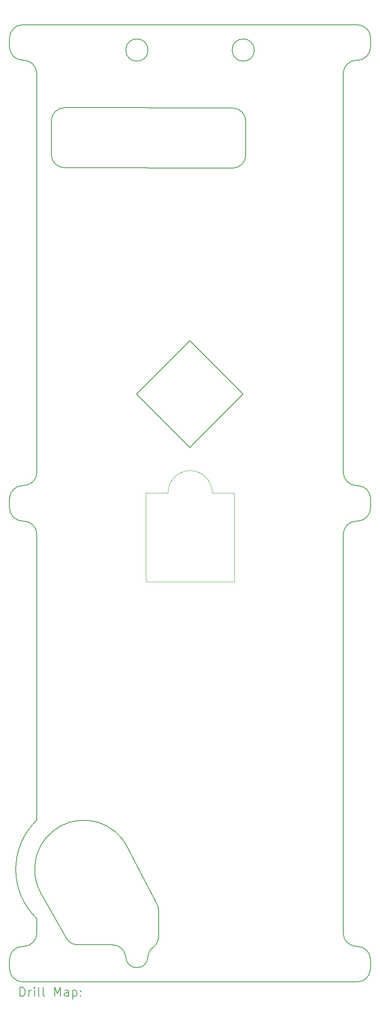
<source format=gbr>
%TF.GenerationSoftware,KiCad,Pcbnew,7.0.2-0*%
%TF.CreationDate,2024-05-08T20:31:59-07:00*%
%TF.ProjectId,new_X_Y_Panels,6e65775f-585f-4595-9f50-616e656c732e,1b*%
%TF.SameCoordinates,Original*%
%TF.FileFunction,Drillmap*%
%TF.FilePolarity,Positive*%
%FSLAX45Y45*%
G04 Gerber Fmt 4.5, Leading zero omitted, Abs format (unit mm)*
G04 Created by KiCad (PCBNEW 7.0.2-0) date 2024-05-08 20:31:59*
%MOMM*%
%LPD*%
G01*
G04 APERTURE LIST*
%ADD10C,0.100000*%
%ADD11C,0.200000*%
G04 APERTURE END LIST*
D10*
X7462000Y-12680000D02*
G75*
G03*
X6462000Y-12680000I-500000J0D01*
G01*
X5962000Y-14680000D02*
X5962000Y-12680000D01*
X7962000Y-14680000D02*
X5962000Y-14680000D01*
X7962000Y-12680000D02*
X7962000Y-14680000D01*
X7462000Y-12680000D02*
X7962000Y-12680000D01*
X5962000Y-12680000D02*
X6462000Y-12680000D01*
D11*
X8408500Y-2710500D02*
G75*
G03*
X8408500Y-2710500I-250000J0D01*
G01*
X10416000Y-22590500D02*
X10416000Y-13615500D01*
X11033500Y-12815500D02*
G75*
G03*
X10733500Y-12515500I-300000J0D01*
G01*
X4167106Y-22704917D02*
X3596709Y-21707521D01*
X7918110Y-5369300D02*
G75*
G03*
X8218110Y-5069300I0J300000D01*
G01*
X3183500Y-2940500D02*
X3201000Y-2940500D01*
X6248500Y-22084083D02*
X6248500Y-22669490D01*
X11033500Y-23390500D02*
X11033500Y-23190500D01*
X3501000Y-22268160D02*
X3501000Y-22590500D01*
X10733500Y-13315500D02*
G75*
G03*
X11033500Y-13015500I0J300000D01*
G01*
X3183500Y-22890500D02*
G75*
G03*
X2883500Y-23190500I0J-300000D01*
G01*
X6128104Y-22909791D02*
G75*
G03*
X6008138Y-23133948I179636J-240319D01*
G01*
X10716000Y-2940500D02*
G75*
G03*
X10416000Y-3240500I0J-300000D01*
G01*
X3201000Y-22890500D02*
G75*
G03*
X3501000Y-22590500I0J300000D01*
G01*
X4127500Y-4008260D02*
X7918110Y-4016820D01*
X2883500Y-23390500D02*
G75*
G03*
X3183500Y-23690500I300000J0D01*
G01*
X10716000Y-13315500D02*
G75*
G03*
X10416000Y-13615500I0J-300000D01*
G01*
X11033500Y-2640500D02*
X11033500Y-2440500D01*
X11033500Y-2440500D02*
G75*
G03*
X10733500Y-2140500I-300000J0D01*
G01*
X2883500Y-2640500D02*
G75*
G03*
X3183500Y-2940500I300000J0D01*
G01*
X11033500Y-23190500D02*
G75*
G03*
X10733500Y-22890500I-300000J0D01*
G01*
X10733500Y-12515500D02*
X10716000Y-12515500D01*
X2883500Y-12815500D02*
X2883500Y-13015500D01*
X3201000Y-12515500D02*
X3183500Y-12515500D01*
X10416000Y-22590500D02*
G75*
G03*
X10716000Y-22890500I300000J0D01*
G01*
X3183500Y-2140500D02*
G75*
G03*
X2883500Y-2440500I0J-300000D01*
G01*
X10716000Y-13315500D02*
X10733500Y-13315500D01*
X10416000Y-12215500D02*
G75*
G03*
X10716000Y-12515500I300000J0D01*
G01*
X10716000Y-2940500D02*
X10733500Y-2940500D01*
X2883500Y-13015500D02*
G75*
G03*
X3183500Y-13315500I300000J0D01*
G01*
X6128102Y-22909788D02*
G75*
G03*
X6248500Y-22669490I-179602J240298D01*
G01*
X5509021Y-23136630D02*
G75*
G03*
X6008138Y-23133948I249479J16130D01*
G01*
X3827500Y-5060740D02*
G75*
G03*
X4127500Y-5360740I300000J0D01*
G01*
X3201000Y-12515500D02*
G75*
G03*
X3501000Y-12215500I0J300000D01*
G01*
X10733500Y-22890500D02*
X10716000Y-22890500D01*
X3501000Y-3240500D02*
X3501000Y-12215500D01*
X11033500Y-13015500D02*
X11033500Y-12815500D01*
X3501000Y-13615500D02*
G75*
G03*
X3201000Y-13315500I-300000J0D01*
G01*
X4127500Y-4008260D02*
G75*
G03*
X3827500Y-4308260I0J-300000D01*
G01*
X8218110Y-4316820D02*
G75*
G03*
X7918110Y-4016820I-300000J0D01*
G01*
X3201000Y-22890500D02*
X3183500Y-22890500D01*
X2883500Y-2440500D02*
X2883500Y-2640500D01*
X10416000Y-12215500D02*
X10416000Y-3240500D01*
X5509030Y-23136629D02*
G75*
G03*
X5209646Y-22855986I-299370J-19351D01*
G01*
X10733500Y-2940500D02*
G75*
G03*
X11033500Y-2640500I0J300000D01*
G01*
X7918110Y-5369300D02*
X4127500Y-5360740D01*
X6008500Y-2710500D02*
G75*
G03*
X6008500Y-2710500I-250000J0D01*
G01*
X5209646Y-22855986D02*
X4427528Y-22855986D01*
X3827500Y-5060740D02*
X3827500Y-4308260D01*
X4167105Y-22704918D02*
G75*
G03*
X4427528Y-22855986I260425J148938D01*
G01*
X8153273Y-10456918D02*
X6951191Y-11659000D01*
X5749110Y-10456918D01*
X6951191Y-9254837D01*
X8153273Y-10456918D01*
X8218110Y-4316820D02*
X8218110Y-5069300D01*
X5542277Y-20647816D02*
X6214875Y-21946081D01*
X6248497Y-22084083D02*
G75*
G03*
X6214875Y-21946081I-300007J3D01*
G01*
X2883500Y-23190500D02*
X2883500Y-23390500D01*
X3501000Y-3240500D02*
G75*
G03*
X3201000Y-2940500I-300000J0D01*
G01*
X10733500Y-2140500D02*
X3183500Y-2140500D01*
X5542277Y-20647816D02*
G75*
G03*
X3596709Y-21707521I-983777J-509670D01*
G01*
X10733500Y-23690500D02*
G75*
G03*
X11033500Y-23390500I0J300000D01*
G01*
X3183500Y-13315500D02*
X3201000Y-13315500D01*
X3501000Y-20046812D02*
G75*
G03*
X3501000Y-22268159I1057501J-1110674D01*
G01*
X3183500Y-23690500D02*
X10733500Y-23690500D01*
X3501000Y-13615500D02*
X3501000Y-20046812D01*
X3183500Y-12515500D02*
G75*
G03*
X2883500Y-12815500I0J-300000D01*
G01*
X3121119Y-24013024D02*
X3121119Y-23813024D01*
X3121119Y-23813024D02*
X3168738Y-23813024D01*
X3168738Y-23813024D02*
X3197309Y-23822548D01*
X3197309Y-23822548D02*
X3216357Y-23841595D01*
X3216357Y-23841595D02*
X3225881Y-23860643D01*
X3225881Y-23860643D02*
X3235405Y-23898738D01*
X3235405Y-23898738D02*
X3235405Y-23927309D01*
X3235405Y-23927309D02*
X3225881Y-23965405D01*
X3225881Y-23965405D02*
X3216357Y-23984452D01*
X3216357Y-23984452D02*
X3197309Y-24003500D01*
X3197309Y-24003500D02*
X3168738Y-24013024D01*
X3168738Y-24013024D02*
X3121119Y-24013024D01*
X3321119Y-24013024D02*
X3321119Y-23879690D01*
X3321119Y-23917786D02*
X3330643Y-23898738D01*
X3330643Y-23898738D02*
X3340167Y-23889214D01*
X3340167Y-23889214D02*
X3359214Y-23879690D01*
X3359214Y-23879690D02*
X3378262Y-23879690D01*
X3444928Y-24013024D02*
X3444928Y-23879690D01*
X3444928Y-23813024D02*
X3435405Y-23822548D01*
X3435405Y-23822548D02*
X3444928Y-23832071D01*
X3444928Y-23832071D02*
X3454452Y-23822548D01*
X3454452Y-23822548D02*
X3444928Y-23813024D01*
X3444928Y-23813024D02*
X3444928Y-23832071D01*
X3568738Y-24013024D02*
X3549690Y-24003500D01*
X3549690Y-24003500D02*
X3540167Y-23984452D01*
X3540167Y-23984452D02*
X3540167Y-23813024D01*
X3673500Y-24013024D02*
X3654452Y-24003500D01*
X3654452Y-24003500D02*
X3644928Y-23984452D01*
X3644928Y-23984452D02*
X3644928Y-23813024D01*
X3902071Y-24013024D02*
X3902071Y-23813024D01*
X3902071Y-23813024D02*
X3968738Y-23955881D01*
X3968738Y-23955881D02*
X4035405Y-23813024D01*
X4035405Y-23813024D02*
X4035405Y-24013024D01*
X4216357Y-24013024D02*
X4216357Y-23908262D01*
X4216357Y-23908262D02*
X4206833Y-23889214D01*
X4206833Y-23889214D02*
X4187786Y-23879690D01*
X4187786Y-23879690D02*
X4149690Y-23879690D01*
X4149690Y-23879690D02*
X4130643Y-23889214D01*
X4216357Y-24003500D02*
X4197310Y-24013024D01*
X4197310Y-24013024D02*
X4149690Y-24013024D01*
X4149690Y-24013024D02*
X4130643Y-24003500D01*
X4130643Y-24003500D02*
X4121119Y-23984452D01*
X4121119Y-23984452D02*
X4121119Y-23965405D01*
X4121119Y-23965405D02*
X4130643Y-23946357D01*
X4130643Y-23946357D02*
X4149690Y-23936833D01*
X4149690Y-23936833D02*
X4197310Y-23936833D01*
X4197310Y-23936833D02*
X4216357Y-23927309D01*
X4311595Y-23879690D02*
X4311595Y-24079690D01*
X4311595Y-23889214D02*
X4330643Y-23879690D01*
X4330643Y-23879690D02*
X4368738Y-23879690D01*
X4368738Y-23879690D02*
X4387786Y-23889214D01*
X4387786Y-23889214D02*
X4397310Y-23898738D01*
X4397310Y-23898738D02*
X4406833Y-23917786D01*
X4406833Y-23917786D02*
X4406833Y-23974928D01*
X4406833Y-23974928D02*
X4397310Y-23993976D01*
X4397310Y-23993976D02*
X4387786Y-24003500D01*
X4387786Y-24003500D02*
X4368738Y-24013024D01*
X4368738Y-24013024D02*
X4330643Y-24013024D01*
X4330643Y-24013024D02*
X4311595Y-24003500D01*
X4492548Y-23993976D02*
X4502071Y-24003500D01*
X4502071Y-24003500D02*
X4492548Y-24013024D01*
X4492548Y-24013024D02*
X4483024Y-24003500D01*
X4483024Y-24003500D02*
X4492548Y-23993976D01*
X4492548Y-23993976D02*
X4492548Y-24013024D01*
X4492548Y-23889214D02*
X4502071Y-23898738D01*
X4502071Y-23898738D02*
X4492548Y-23908262D01*
X4492548Y-23908262D02*
X4483024Y-23898738D01*
X4483024Y-23898738D02*
X4492548Y-23889214D01*
X4492548Y-23889214D02*
X4492548Y-23908262D01*
M02*

</source>
